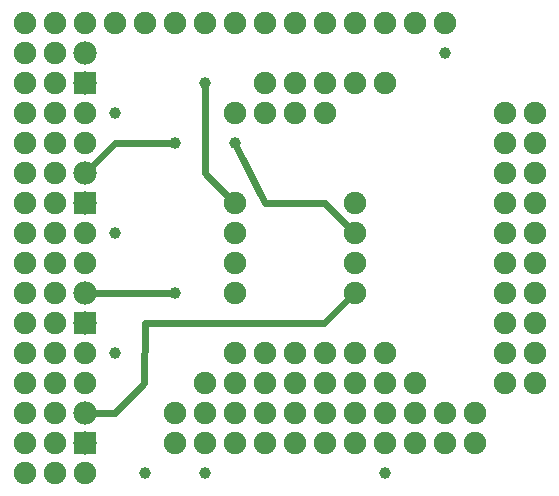
<source format=gbl>
G04 MADE WITH FRITZING*
G04 WWW.FRITZING.ORG*
G04 DOUBLE SIDED*
G04 HOLES PLATED*
G04 CONTOUR ON CENTER OF CONTOUR VECTOR*
%ASAXBY*%
%FSLAX23Y23*%
%MOIN*%
%OFA0B0*%
%SFA1.0B1.0*%
%ADD10C,0.039370*%
%ADD11C,0.078000*%
%ADD12C,0.075000*%
%ADD13C,0.075433*%
%ADD14R,0.078000X0.078000*%
%ADD15C,0.024000*%
%LNCOPPER0*%
G90*
G70*
G54D10*
X701Y1471D03*
X701Y171D03*
X401Y1371D03*
X401Y971D03*
X401Y571D03*
X501Y171D03*
X601Y1271D03*
X801Y1271D03*
X601Y771D03*
X1501Y1571D03*
X1301Y171D03*
G54D11*
X301Y271D03*
X301Y371D03*
X301Y1471D03*
X301Y1571D03*
X301Y671D03*
X301Y771D03*
X301Y1071D03*
X301Y1171D03*
G54D12*
X1201Y971D03*
X801Y971D03*
X1201Y871D03*
X801Y871D03*
X1201Y1071D03*
X801Y1071D03*
X1201Y771D03*
X801Y771D03*
G54D13*
X1401Y371D03*
X1301Y371D03*
X1201Y371D03*
X1101Y371D03*
X601Y371D03*
X1601Y371D03*
X701Y371D03*
X801Y371D03*
X1001Y371D03*
X901Y371D03*
X1401Y471D03*
X1301Y471D03*
X1201Y471D03*
X1101Y471D03*
X1001Y471D03*
X901Y471D03*
X701Y471D03*
X801Y471D03*
X1401Y271D03*
X1301Y271D03*
X1201Y271D03*
X1101Y271D03*
X1501Y271D03*
X1501Y371D03*
X1301Y571D03*
X1201Y571D03*
X1101Y571D03*
X1001Y271D03*
X1001Y571D03*
X101Y1171D03*
X201Y1171D03*
X901Y271D03*
X901Y571D03*
X101Y1071D03*
X201Y1071D03*
X101Y1371D03*
X201Y1371D03*
X101Y1571D03*
X201Y1571D03*
X101Y1471D03*
X201Y1471D03*
X1201Y1671D03*
X401Y1671D03*
X801Y1671D03*
X101Y1671D03*
X201Y1671D03*
X101Y1271D03*
X201Y1271D03*
X1401Y1671D03*
X601Y1671D03*
X1001Y1671D03*
X601Y271D03*
X1601Y271D03*
X701Y271D03*
X801Y271D03*
X301Y1671D03*
X301Y1371D03*
X301Y971D03*
X301Y571D03*
X301Y1271D03*
X301Y871D03*
X301Y471D03*
X801Y571D03*
X301Y171D03*
X101Y171D03*
X201Y171D03*
X101Y271D03*
X201Y271D03*
X101Y371D03*
X201Y371D03*
X101Y471D03*
X201Y471D03*
X101Y571D03*
X201Y571D03*
X101Y671D03*
X201Y671D03*
X101Y771D03*
X201Y771D03*
X101Y871D03*
X201Y871D03*
X101Y971D03*
X201Y971D03*
X1501Y1671D03*
X701Y1671D03*
X1101Y1671D03*
X1301Y1671D03*
X501Y1671D03*
X901Y1671D03*
X1701Y871D03*
X1701Y1171D03*
X1701Y571D03*
X1701Y471D03*
X1701Y1071D03*
X1701Y971D03*
X1701Y771D03*
X1701Y1371D03*
X1701Y671D03*
X1701Y1271D03*
X1801Y571D03*
X1801Y471D03*
X1801Y671D03*
X1801Y771D03*
X1801Y871D03*
X1801Y971D03*
X1801Y1071D03*
X1801Y1171D03*
X1801Y1271D03*
X1801Y1371D03*
X1101Y1371D03*
X1201Y1471D03*
X1001Y1371D03*
X1101Y1471D03*
X801Y1371D03*
X901Y1471D03*
X1301Y1471D03*
X901Y1371D03*
X1001Y1471D03*
G54D14*
X301Y271D03*
X301Y1471D03*
X301Y671D03*
X301Y1071D03*
G54D15*
X701Y1171D02*
X701Y1452D01*
D02*
X780Y1091D02*
X701Y1171D01*
D02*
X500Y471D02*
X401Y371D01*
D02*
X401Y371D02*
X331Y371D01*
D02*
X501Y670D02*
X500Y471D01*
D02*
X1100Y671D02*
X501Y670D01*
D02*
X1180Y751D02*
X1100Y671D01*
D02*
X401Y1271D02*
X322Y1192D01*
D02*
X582Y1271D02*
X401Y1271D01*
D02*
X1101Y1071D02*
X902Y1071D01*
D02*
X902Y1071D02*
X809Y1254D01*
D02*
X1180Y991D02*
X1101Y1071D01*
D02*
X582Y771D02*
X331Y771D01*
G04 End of Copper0*
M02*
</source>
